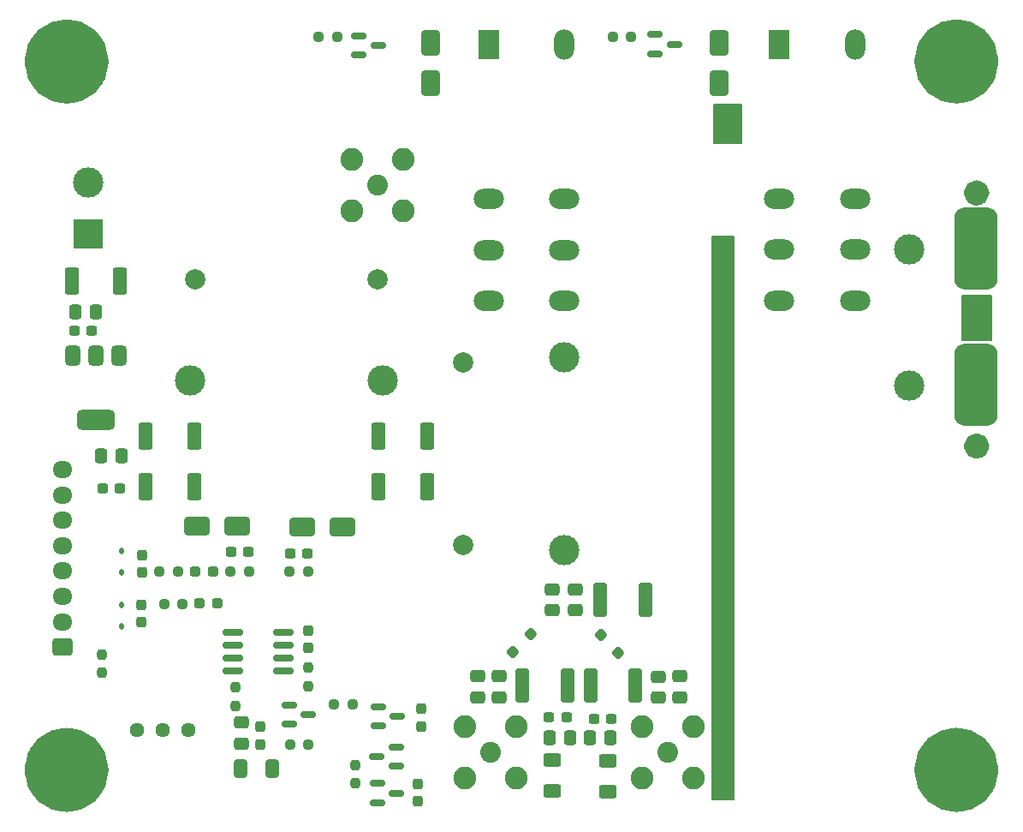
<source format=gbr>
%TF.GenerationSoftware,KiCad,Pcbnew,8.0.4-8.0.4-0~ubuntu22.04.1*%
%TF.CreationDate,2024-09-05T19:34:21+02:00*%
%TF.ProjectId,TXRX_relay_board,54585258-5f72-4656-9c61-795f626f6172,rev?*%
%TF.SameCoordinates,Original*%
%TF.FileFunction,Soldermask,Top*%
%TF.FilePolarity,Negative*%
%FSLAX46Y46*%
G04 Gerber Fmt 4.6, Leading zero omitted, Abs format (unit mm)*
G04 Created by KiCad (PCBNEW 8.0.4-8.0.4-0~ubuntu22.04.1) date 2024-09-05 19:34:21*
%MOMM*%
%LPD*%
G01*
G04 APERTURE LIST*
G04 Aperture macros list*
%AMRoundRect*
0 Rectangle with rounded corners*
0 $1 Rounding radius*
0 $2 $3 $4 $5 $6 $7 $8 $9 X,Y pos of 4 corners*
0 Add a 4 corners polygon primitive as box body*
4,1,4,$2,$3,$4,$5,$6,$7,$8,$9,$2,$3,0*
0 Add four circle primitives for the rounded corners*
1,1,$1+$1,$2,$3*
1,1,$1+$1,$4,$5*
1,1,$1+$1,$6,$7*
1,1,$1+$1,$8,$9*
0 Add four rect primitives between the rounded corners*
20,1,$1+$1,$2,$3,$4,$5,0*
20,1,$1+$1,$4,$5,$6,$7,0*
20,1,$1+$1,$6,$7,$8,$9,0*
20,1,$1+$1,$8,$9,$2,$3,0*%
G04 Aperture macros list end*
%ADD10C,4.175000*%
%ADD11C,1.260678*%
%ADD12C,0.150000*%
%ADD13RoundRect,0.150000X-0.825000X-0.150000X0.825000X-0.150000X0.825000X0.150000X-0.825000X0.150000X0*%
%ADD14RoundRect,0.375000X-0.375000X0.625000X-0.375000X-0.625000X0.375000X-0.625000X0.375000X0.625000X0*%
%ADD15RoundRect,0.500000X-1.400000X0.500000X-1.400000X-0.500000X1.400000X-0.500000X1.400000X0.500000X0*%
%ADD16RoundRect,0.150000X-0.587500X-0.150000X0.587500X-0.150000X0.587500X0.150000X-0.587500X0.150000X0*%
%ADD17RoundRect,0.150000X0.587500X0.150000X-0.587500X0.150000X-0.587500X-0.150000X0.587500X-0.150000X0*%
%ADD18RoundRect,0.112500X-0.112500X0.187500X-0.112500X-0.187500X0.112500X-0.187500X0.112500X0.187500X0*%
%ADD19RoundRect,0.237500X0.287500X0.237500X-0.287500X0.237500X-0.287500X-0.237500X0.287500X-0.237500X0*%
%ADD20O,3.000000X2.000000*%
%ADD21R,2.000000X3.000000*%
%ADD22O,2.000000X3.000000*%
%ADD23RoundRect,0.237500X0.237500X-0.250000X0.237500X0.250000X-0.237500X0.250000X-0.237500X-0.250000X0*%
%ADD24RoundRect,0.237500X0.250000X0.237500X-0.250000X0.237500X-0.250000X-0.237500X0.250000X-0.237500X0*%
%ADD25RoundRect,0.250000X0.475000X-0.337500X0.475000X0.337500X-0.475000X0.337500X-0.475000X-0.337500X0*%
%ADD26RoundRect,0.237500X-0.300000X-0.237500X0.300000X-0.237500X0.300000X0.237500X-0.300000X0.237500X0*%
%ADD27RoundRect,0.237500X-0.250000X-0.237500X0.250000X-0.237500X0.250000X0.237500X-0.250000X0.237500X0*%
%ADD28RoundRect,0.250000X-0.475000X0.337500X-0.475000X-0.337500X0.475000X-0.337500X0.475000X0.337500X0*%
%ADD29R,3.000000X3.000000*%
%ADD30C,3.000000*%
%ADD31RoundRect,0.250000X-0.400000X-1.450000X0.400000X-1.450000X0.400000X1.450000X-0.400000X1.450000X0*%
%ADD32RoundRect,0.250000X-0.625000X0.400000X-0.625000X-0.400000X0.625000X-0.400000X0.625000X0.400000X0*%
%ADD33RoundRect,0.237500X0.237500X-0.300000X0.237500X0.300000X-0.237500X0.300000X-0.237500X-0.300000X0*%
%ADD34RoundRect,0.237500X0.300000X0.237500X-0.300000X0.237500X-0.300000X-0.237500X0.300000X-0.237500X0*%
%ADD35RoundRect,0.250000X1.000000X0.650000X-1.000000X0.650000X-1.000000X-0.650000X1.000000X-0.650000X0*%
%ADD36RoundRect,0.250000X-0.650000X1.000000X-0.650000X-1.000000X0.650000X-1.000000X0.650000X1.000000X0*%
%ADD37RoundRect,0.250000X-0.337500X-0.475000X0.337500X-0.475000X0.337500X0.475000X-0.337500X0.475000X0*%
%ADD38RoundRect,0.250000X-0.353553X0.000000X0.000000X-0.353553X0.353553X0.000000X0.000000X0.353553X0*%
%ADD39RoundRect,0.112500X0.112500X-0.187500X0.112500X0.187500X-0.112500X0.187500X-0.112500X-0.187500X0*%
%ADD40C,2.050000*%
%ADD41C,2.250000*%
%ADD42RoundRect,0.249999X-0.450001X-1.075001X0.450001X-1.075001X0.450001X1.075001X-0.450001X1.075001X0*%
%ADD43RoundRect,0.237500X-0.237500X0.300000X-0.237500X-0.300000X0.237500X-0.300000X0.237500X0.300000X0*%
%ADD44RoundRect,0.250000X0.337500X0.475000X-0.337500X0.475000X-0.337500X-0.475000X0.337500X-0.475000X0*%
%ADD45RoundRect,0.250000X-1.000000X-0.650000X1.000000X-0.650000X1.000000X0.650000X-1.000000X0.650000X0*%
%ADD46RoundRect,0.250000X-0.412500X-0.650000X0.412500X-0.650000X0.412500X0.650000X-0.412500X0.650000X0*%
%ADD47RoundRect,1.075000X1.075000X2.975000X-1.075000X2.975000X-1.075000X-2.975000X1.075000X-2.975000X0*%
%ADD48RoundRect,0.250000X0.000000X0.353553X-0.353553X0.000000X0.000000X-0.353553X0.353553X0.000000X0*%
%ADD49RoundRect,0.237500X-0.237500X0.250000X-0.237500X-0.250000X0.237500X-0.250000X0.237500X0.250000X0*%
%ADD50RoundRect,0.250000X0.725000X-0.600000X0.725000X0.600000X-0.725000X0.600000X-0.725000X-0.600000X0*%
%ADD51O,1.950000X1.700000*%
%ADD52C,1.440000*%
%ADD53RoundRect,0.249999X0.450001X1.075001X-0.450001X1.075001X-0.450001X-1.075001X0.450001X-1.075001X0*%
%ADD54C,2.000000*%
G04 APERTURE END LIST*
D10*
X73087500Y-64000000D02*
G75*
G02*
X68912500Y-64000000I-2087500J0D01*
G01*
X68912500Y-64000000D02*
G75*
G02*
X73087500Y-64000000I2087500J0D01*
G01*
D11*
X161630339Y-102000000D02*
G75*
G02*
X160369661Y-102000000I-630339J0D01*
G01*
X160369661Y-102000000D02*
G75*
G02*
X161630339Y-102000000I630339J0D01*
G01*
D12*
X135050000Y-68224600D02*
X137750000Y-68224600D01*
X137750000Y-72100000D01*
X135050000Y-72100000D01*
X135050000Y-68224600D01*
G36*
X135050000Y-68224600D02*
G01*
X137750000Y-68224600D01*
X137750000Y-72100000D01*
X135050000Y-72100000D01*
X135050000Y-68224600D01*
G37*
X159550000Y-87150000D02*
X162450000Y-87150000D01*
X162450000Y-91550000D01*
X159550000Y-91550000D01*
X159550000Y-87150000D01*
G36*
X159550000Y-87150000D02*
G01*
X162450000Y-87150000D01*
X162450000Y-91550000D01*
X159550000Y-91550000D01*
X159550000Y-87150000D01*
G37*
X134900000Y-81300000D02*
X137000000Y-81300000D01*
X137000000Y-136900000D01*
X134900000Y-136900000D01*
X134900000Y-81300000D01*
G36*
X134900000Y-81300000D02*
G01*
X137000000Y-81300000D01*
X137000000Y-136900000D01*
X134900000Y-136900000D01*
X134900000Y-81300000D01*
G37*
D10*
X161087500Y-64000000D02*
G75*
G02*
X156912500Y-64000000I-2087500J0D01*
G01*
X156912500Y-64000000D02*
G75*
G02*
X161087500Y-64000000I2087500J0D01*
G01*
X161087500Y-134000000D02*
G75*
G02*
X156912500Y-134000000I-2087500J0D01*
G01*
X156912500Y-134000000D02*
G75*
G02*
X161087500Y-134000000I2087500J0D01*
G01*
D11*
X161630339Y-77000000D02*
G75*
G02*
X160369661Y-77000000I-630339J0D01*
G01*
X160369661Y-77000000D02*
G75*
G02*
X161630339Y-77000000I630339J0D01*
G01*
D10*
X73087500Y-134000000D02*
G75*
G02*
X68912500Y-134000000I-2087500J0D01*
G01*
X68912500Y-134000000D02*
G75*
G02*
X73087500Y-134000000I2087500J0D01*
G01*
D13*
%TO.C,U1*%
X87450000Y-120390000D03*
X87450000Y-121660000D03*
X87450000Y-122930000D03*
X87450000Y-124200000D03*
X92400000Y-124200000D03*
X92400000Y-122930000D03*
X92400000Y-121660000D03*
X92400000Y-120390000D03*
%TD*%
D14*
%TO.C,U2*%
X76200000Y-93100000D03*
X73900000Y-93100000D03*
D15*
X73900000Y-99400000D03*
D14*
X71600000Y-93100000D03*
%TD*%
D16*
%TO.C,Q3*%
X93000000Y-127600000D03*
X93000000Y-129500000D03*
X94875000Y-128550000D03*
%TD*%
%TO.C,Q5*%
X101825000Y-127750000D03*
X101825000Y-129650000D03*
X103700000Y-128700000D03*
%TD*%
%TO.C,Q6*%
X101725000Y-135350000D03*
X101725000Y-137250000D03*
X103600000Y-136300000D03*
%TD*%
D17*
%TO.C,Q4*%
X103575000Y-133650000D03*
X103575000Y-131750000D03*
X101700000Y-132700000D03*
%TD*%
D16*
%TO.C,Q2*%
X129225000Y-61350000D03*
X129225000Y-63250000D03*
X131100000Y-62300000D03*
%TD*%
%TO.C,Q1*%
X99925000Y-61450000D03*
X99925000Y-63350000D03*
X101800000Y-62400000D03*
%TD*%
D18*
%TO.C,D6*%
X76454000Y-112386400D03*
X76454000Y-114486400D03*
%TD*%
D19*
%TO.C,L5*%
X85888800Y-117559800D03*
X84138800Y-117559800D03*
%TD*%
D20*
%TO.C,K1*%
X120250000Y-82622800D03*
X112750000Y-82622800D03*
X120250000Y-77582800D03*
X112750000Y-77582800D03*
X120250000Y-87662800D03*
X112750000Y-87662800D03*
D21*
X112750000Y-62322800D03*
D22*
X120250000Y-62322800D03*
%TD*%
D23*
%TO.C,R16*%
X94886000Y-125701000D03*
X94886000Y-123876000D03*
%TD*%
D24*
%TO.C,R10*%
X82471900Y-117585200D03*
X80646900Y-117585200D03*
%TD*%
D25*
%TO.C,C20*%
X88282000Y-131387500D03*
X88282000Y-129312500D03*
%TD*%
D26*
%TO.C,C10*%
X118706308Y-128826746D03*
X120431308Y-128826746D03*
%TD*%
D27*
%TO.C,R4*%
X87225500Y-114376200D03*
X89050500Y-114376200D03*
%TD*%
D20*
%TO.C,K2*%
X149000000Y-82590000D03*
X141500000Y-82590000D03*
X149000000Y-77550000D03*
X141500000Y-77550000D03*
X149000000Y-87630000D03*
X141500000Y-87630000D03*
D21*
X141500000Y-62290000D03*
D22*
X149000000Y-62290000D03*
%TD*%
D26*
%TO.C,C1*%
X87275500Y-112420400D03*
X89000500Y-112420400D03*
%TD*%
D28*
%TO.C,C14*%
X131600000Y-124762500D03*
X131600000Y-126837500D03*
%TD*%
D29*
%TO.C,J1*%
X73152000Y-81026000D03*
D30*
X73152000Y-75946000D03*
%TD*%
D31*
%TO.C,L7*%
X116073808Y-125651746D03*
X120523808Y-125651746D03*
%TD*%
D32*
%TO.C,R11*%
X124521808Y-133070000D03*
X124521808Y-136170000D03*
%TD*%
D33*
%TO.C,C17*%
X94886000Y-121968000D03*
X94886000Y-120243000D03*
%TD*%
D26*
%TO.C,C19*%
X71746000Y-90605000D03*
X73471000Y-90605000D03*
%TD*%
D31*
%TO.C,L4*%
X123775000Y-117199500D03*
X128225000Y-117199500D03*
%TD*%
D27*
%TO.C,R18*%
X93084500Y-131493000D03*
X94909500Y-131493000D03*
%TD*%
D34*
%TO.C,C8*%
X124876308Y-128953746D03*
X123151308Y-128953746D03*
%TD*%
D26*
%TO.C,C23*%
X74537500Y-106200000D03*
X76262500Y-106200000D03*
%TD*%
D27*
%TO.C,R1*%
X95926500Y-61534000D03*
X97751500Y-61534000D03*
%TD*%
D35*
%TO.C,D2*%
X87900000Y-109900000D03*
X83900000Y-109900000D03*
%TD*%
D24*
%TO.C,R19*%
X99262500Y-127525000D03*
X97437500Y-127525000D03*
%TD*%
D33*
%TO.C,C21*%
X90187000Y-131466500D03*
X90187000Y-129741500D03*
%TD*%
D36*
%TO.C,D1*%
X107000000Y-62135000D03*
X107000000Y-66135000D03*
%TD*%
D28*
%TO.C,C3*%
X121319377Y-116133623D03*
X121319377Y-118208623D03*
%TD*%
%TO.C,C5*%
X113750000Y-124762500D03*
X113750000Y-126837500D03*
%TD*%
D37*
%TO.C,C12*%
X118763808Y-130858746D03*
X120838808Y-130858746D03*
%TD*%
D38*
%TO.C,D4*%
X123816117Y-120666117D03*
X125583883Y-122433883D03*
%TD*%
D37*
%TO.C,C18*%
X71825000Y-88700000D03*
X73900000Y-88700000D03*
%TD*%
D39*
%TO.C,D7*%
X76479400Y-119803600D03*
X76479400Y-117703600D03*
%TD*%
D40*
%TO.C,J4*%
X130490808Y-132232500D03*
D41*
X133030808Y-129692500D03*
X127950808Y-129692500D03*
X133030808Y-134772500D03*
X127950808Y-134772500D03*
%TD*%
D23*
%TO.C,R20*%
X99585000Y-135326500D03*
X99585000Y-133501500D03*
%TD*%
D28*
%TO.C,C4*%
X119000000Y-116162000D03*
X119000000Y-118237000D03*
%TD*%
D42*
%TO.C,R6*%
X101850000Y-101000000D03*
X106650000Y-101000000D03*
%TD*%
D43*
%TO.C,C9*%
X78384400Y-117687900D03*
X78384400Y-119412900D03*
%TD*%
D31*
%TO.C,L6*%
X122825000Y-125650000D03*
X127275000Y-125650000D03*
%TD*%
D27*
%TO.C,R13*%
X125000000Y-61534000D03*
X126825000Y-61534000D03*
%TD*%
D44*
%TO.C,C11*%
X124797308Y-130858746D03*
X122722308Y-130858746D03*
%TD*%
D19*
%TO.C,L3*%
X85482400Y-114401600D03*
X83732400Y-114401600D03*
%TD*%
D28*
%TO.C,C7*%
X111650000Y-124762500D03*
X111650000Y-126837500D03*
%TD*%
D45*
%TO.C,D3*%
X94300000Y-110000000D03*
X98300000Y-110000000D03*
%TD*%
D42*
%TO.C,R2*%
X78850000Y-106000000D03*
X83650000Y-106000000D03*
%TD*%
D34*
%TO.C,C2*%
X94817100Y-112598200D03*
X93092100Y-112598200D03*
%TD*%
D46*
%TO.C,L8*%
X88243500Y-133906000D03*
X91368500Y-133906000D03*
%TD*%
D37*
%TO.C,C22*%
X74400500Y-103000000D03*
X76475500Y-103000000D03*
%TD*%
D30*
%TO.C,J5*%
X154300000Y-96000000D03*
D47*
X160950000Y-95950000D03*
%TD*%
D48*
%TO.C,D5*%
X116883883Y-120616117D03*
X115116117Y-122383883D03*
%TD*%
D33*
%TO.C,C16*%
X106062000Y-129688500D03*
X106062000Y-127963500D03*
%TD*%
D42*
%TO.C,R3*%
X78850000Y-101000000D03*
X83650000Y-101000000D03*
%TD*%
D49*
%TO.C,R17*%
X74500000Y-122587500D03*
X74500000Y-124412500D03*
%TD*%
D36*
%TO.C,D8*%
X135500000Y-62135000D03*
X135500000Y-66135000D03*
%TD*%
D43*
%TO.C,C15*%
X105727000Y-135387500D03*
X105727000Y-137112500D03*
%TD*%
D33*
%TO.C,C6*%
X78435200Y-114476700D03*
X78435200Y-112751700D03*
%TD*%
D28*
%TO.C,C13*%
X129500000Y-124777348D03*
X129500000Y-126852348D03*
%TD*%
D50*
%TO.C,J2*%
X70600000Y-121850000D03*
D51*
X70600000Y-119350000D03*
X70600000Y-116850000D03*
X70600000Y-114350000D03*
X70600000Y-111850000D03*
X70600000Y-109350000D03*
X70600000Y-106850000D03*
X70600000Y-104350000D03*
%TD*%
D40*
%TO.C,J3*%
X101727000Y-76200000D03*
D41*
X99187000Y-73660000D03*
X99187000Y-78740000D03*
X104267000Y-73660000D03*
X104267000Y-78740000D03*
%TD*%
D52*
%TO.C,RV1*%
X83075000Y-130096000D03*
X80535000Y-130096000D03*
X77995000Y-130096000D03*
%TD*%
D42*
%TO.C,R5*%
X101850000Y-106000000D03*
X106650000Y-106000000D03*
%TD*%
D40*
%TO.C,R9*%
X112969808Y-132232500D03*
D41*
X110429808Y-129692500D03*
X110429808Y-134772500D03*
X115509808Y-129692500D03*
X115509808Y-134772500D03*
%TD*%
D30*
%TO.C,J6*%
X154300000Y-82550000D03*
D47*
X160950000Y-82500000D03*
%TD*%
D53*
%TO.C,R15*%
X76300000Y-85700000D03*
X71500000Y-85700000D03*
%TD*%
D24*
%TO.C,R7*%
X94892500Y-114376200D03*
X93067500Y-114376200D03*
%TD*%
D49*
%TO.C,R14*%
X87731600Y-125833500D03*
X87731600Y-127658500D03*
%TD*%
D32*
%TO.C,R12*%
X119060808Y-132991746D03*
X119060808Y-136091746D03*
%TD*%
D24*
%TO.C,R8*%
X81989300Y-114427000D03*
X80164300Y-114427000D03*
%TD*%
D30*
%TO.C,L2*%
X120250000Y-93250000D03*
X120250000Y-112250000D03*
D54*
X110250000Y-111750000D03*
X110250000Y-93750000D03*
%TD*%
D30*
%TO.C,L1*%
X102250000Y-95500000D03*
X83250000Y-95500000D03*
D54*
X83750000Y-85500000D03*
X101750000Y-85500000D03*
%TD*%
M02*

</source>
